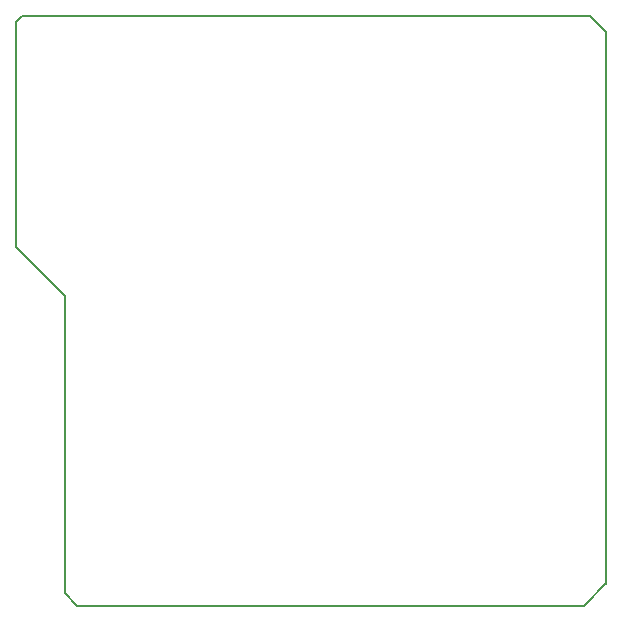
<source format=gbr>
G04 (created by PCBNEW (2013-07-07 BZR 4022)-stable) date 23/05/2015 19:38:58*
%MOIN*%
G04 Gerber Fmt 3.4, Leading zero omitted, Abs format*
%FSLAX34Y34*%
G01*
G70*
G90*
G04 APERTURE LIST*
%ADD10C,0.00590551*%
G04 APERTURE END LIST*
G54D10*
X97710Y-59070D02*
X97670Y-59110D01*
X98425Y-58300D02*
X98425Y-58350D01*
X80795Y-59110D02*
X80755Y-59070D01*
X78740Y-47035D02*
X78740Y-47125D01*
X79675Y-48060D02*
X80370Y-48755D01*
X97705Y-59065D02*
X98425Y-58345D01*
X98425Y-58295D02*
X98425Y-39960D01*
X98425Y-39960D02*
X97895Y-39430D01*
X78740Y-47030D02*
X78740Y-39630D01*
X79670Y-48055D02*
X78740Y-47125D01*
X80370Y-58680D02*
X80370Y-48755D01*
X80750Y-59060D02*
X80370Y-58680D01*
X80800Y-59110D02*
X97680Y-59110D01*
X78945Y-39430D02*
X97900Y-39430D01*
X78940Y-39430D02*
X78740Y-39630D01*
M02*

</source>
